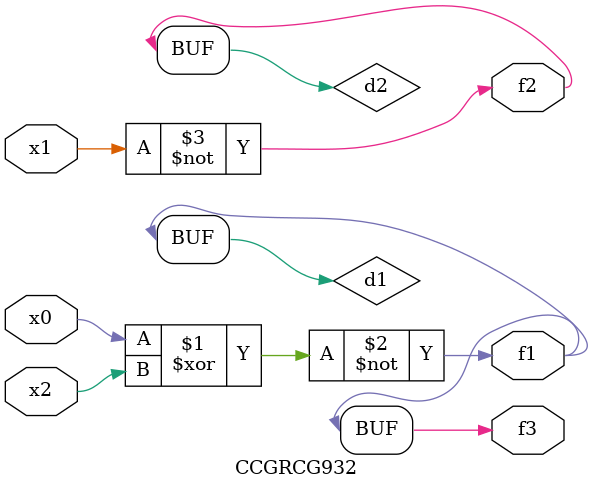
<source format=v>
module CCGRCG932(
	input x0, x1, x2,
	output f1, f2, f3
);

	wire d1, d2, d3;

	xnor (d1, x0, x2);
	nand (d2, x1);
	nor (d3, x1, x2);
	assign f1 = d1;
	assign f2 = d2;
	assign f3 = d1;
endmodule

</source>
